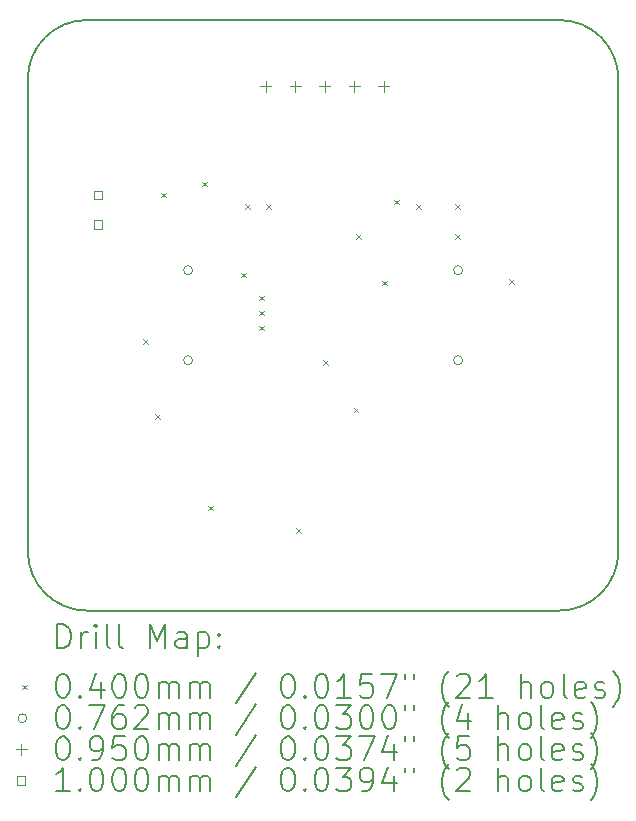
<source format=gbr>
%TF.GenerationSoftware,KiCad,Pcbnew,6.0.11+dfsg-1*%
%TF.CreationDate,2023-12-03T14:35:55-05:00*%
%TF.ProjectId,x27_controller,7832375f-636f-46e7-9472-6f6c6c65722e,rev?*%
%TF.SameCoordinates,Original*%
%TF.FileFunction,Drillmap*%
%TF.FilePolarity,Positive*%
%FSLAX45Y45*%
G04 Gerber Fmt 4.5, Leading zero omitted, Abs format (unit mm)*
G04 Created by KiCad (PCBNEW 6.0.11+dfsg-1) date 2023-12-03 14:35:55*
%MOMM*%
%LPD*%
G01*
G04 APERTURE LIST*
%ADD10C,0.150000*%
%ADD11C,0.200000*%
%ADD12C,0.040000*%
%ADD13C,0.076200*%
%ADD14C,0.095000*%
%ADD15C,0.100000*%
G04 APERTURE END LIST*
D10*
X10000000Y-9500000D02*
G75*
G03*
X10500000Y-10000000I500000J0D01*
G01*
X10500000Y-10000000D02*
X14500000Y-10000000D01*
X10500000Y-5000000D02*
X14500000Y-5000000D01*
X15000000Y-5500000D02*
G75*
G03*
X14500000Y-5000000I-500000J0D01*
G01*
X10500000Y-5000000D02*
G75*
G03*
X10000000Y-5500000I0J-500000D01*
G01*
X15000000Y-5500000D02*
X15000000Y-9500000D01*
X10000000Y-5500000D02*
X10000000Y-9500000D01*
X14500000Y-10000000D02*
G75*
G03*
X15000000Y-9500000I0J500000D01*
G01*
D11*
D12*
X10978200Y-7701600D02*
X11018200Y-7741600D01*
X11018200Y-7701600D02*
X10978200Y-7741600D01*
X11079800Y-8336600D02*
X11119800Y-8376600D01*
X11119800Y-8336600D02*
X11079800Y-8376600D01*
X11126600Y-6461000D02*
X11166600Y-6501000D01*
X11166600Y-6461000D02*
X11126600Y-6501000D01*
X11474300Y-6368900D02*
X11514300Y-6408900D01*
X11514300Y-6368900D02*
X11474300Y-6408900D01*
X11524300Y-9111300D02*
X11564300Y-9151300D01*
X11564300Y-9111300D02*
X11524300Y-9151300D01*
X11804700Y-7139100D02*
X11844700Y-7179100D01*
X11844700Y-7139100D02*
X11804700Y-7179100D01*
X11842600Y-6557800D02*
X11882600Y-6597800D01*
X11882600Y-6557800D02*
X11842600Y-6597800D01*
X11956100Y-7333300D02*
X11996100Y-7373300D01*
X11996100Y-7333300D02*
X11956100Y-7373300D01*
X11956100Y-7460300D02*
X11996100Y-7500300D01*
X11996100Y-7460300D02*
X11956100Y-7500300D01*
X11956100Y-7587300D02*
X11996100Y-7627300D01*
X11996100Y-7587300D02*
X11956100Y-7627300D01*
X12019600Y-6558600D02*
X12059600Y-6598600D01*
X12059600Y-6558600D02*
X12019600Y-6598600D01*
X12273600Y-9301800D02*
X12313600Y-9341800D01*
X12313600Y-9301800D02*
X12273600Y-9341800D01*
X12502200Y-7879400D02*
X12542200Y-7919400D01*
X12542200Y-7879400D02*
X12502200Y-7919400D01*
X12759700Y-8282300D02*
X12799700Y-8322300D01*
X12799700Y-8282300D02*
X12759700Y-8322300D01*
X12781600Y-6812600D02*
X12821600Y-6852600D01*
X12821600Y-6812600D02*
X12781600Y-6852600D01*
X12997500Y-7206300D02*
X13037500Y-7246300D01*
X13037500Y-7206300D02*
X12997500Y-7246300D01*
X13099100Y-6520500D02*
X13139100Y-6560500D01*
X13139100Y-6520500D02*
X13099100Y-6560500D01*
X13289600Y-6558600D02*
X13329600Y-6598600D01*
X13329600Y-6558600D02*
X13289600Y-6598600D01*
X13619800Y-6558600D02*
X13659800Y-6598600D01*
X13659800Y-6558600D02*
X13619800Y-6598600D01*
X13619800Y-6812600D02*
X13659800Y-6852600D01*
X13659800Y-6812600D02*
X13619800Y-6852600D01*
X14077000Y-7193600D02*
X14117000Y-7233600D01*
X14117000Y-7193600D02*
X14077000Y-7233600D01*
D13*
X11395100Y-7119000D02*
G75*
G03*
X11395100Y-7119000I-38100J0D01*
G01*
X11395100Y-7881000D02*
G75*
G03*
X11395100Y-7881000I-38100J0D01*
G01*
X13681100Y-7119000D02*
G75*
G03*
X13681100Y-7119000I-38100J0D01*
G01*
X13681100Y-7881000D02*
G75*
G03*
X13681100Y-7881000I-38100J0D01*
G01*
D14*
X12014200Y-5515100D02*
X12014200Y-5610100D01*
X11966700Y-5562600D02*
X12061700Y-5562600D01*
X12264200Y-5515100D02*
X12264200Y-5610100D01*
X12216700Y-5562600D02*
X12311700Y-5562600D01*
X12514200Y-5515100D02*
X12514200Y-5610100D01*
X12466700Y-5562600D02*
X12561700Y-5562600D01*
X12764200Y-5515100D02*
X12764200Y-5610100D01*
X12716700Y-5562600D02*
X12811700Y-5562600D01*
X13014200Y-5515100D02*
X13014200Y-5610100D01*
X12966700Y-5562600D02*
X13061700Y-5562600D01*
D15*
X10627156Y-6516356D02*
X10627156Y-6445644D01*
X10556444Y-6445644D01*
X10556444Y-6516356D01*
X10627156Y-6516356D01*
X10627156Y-6766356D02*
X10627156Y-6695644D01*
X10556444Y-6695644D01*
X10556444Y-6766356D01*
X10627156Y-6766356D01*
D11*
X10250119Y-10317976D02*
X10250119Y-10117976D01*
X10297738Y-10117976D01*
X10326310Y-10127500D01*
X10345357Y-10146548D01*
X10354881Y-10165595D01*
X10364405Y-10203690D01*
X10364405Y-10232262D01*
X10354881Y-10270357D01*
X10345357Y-10289405D01*
X10326310Y-10308452D01*
X10297738Y-10317976D01*
X10250119Y-10317976D01*
X10450119Y-10317976D02*
X10450119Y-10184643D01*
X10450119Y-10222738D02*
X10459643Y-10203690D01*
X10469167Y-10194167D01*
X10488214Y-10184643D01*
X10507262Y-10184643D01*
X10573929Y-10317976D02*
X10573929Y-10184643D01*
X10573929Y-10117976D02*
X10564405Y-10127500D01*
X10573929Y-10137024D01*
X10583452Y-10127500D01*
X10573929Y-10117976D01*
X10573929Y-10137024D01*
X10697738Y-10317976D02*
X10678690Y-10308452D01*
X10669167Y-10289405D01*
X10669167Y-10117976D01*
X10802500Y-10317976D02*
X10783452Y-10308452D01*
X10773929Y-10289405D01*
X10773929Y-10117976D01*
X11031071Y-10317976D02*
X11031071Y-10117976D01*
X11097738Y-10260833D01*
X11164405Y-10117976D01*
X11164405Y-10317976D01*
X11345357Y-10317976D02*
X11345357Y-10213214D01*
X11335833Y-10194167D01*
X11316786Y-10184643D01*
X11278690Y-10184643D01*
X11259643Y-10194167D01*
X11345357Y-10308452D02*
X11326309Y-10317976D01*
X11278690Y-10317976D01*
X11259643Y-10308452D01*
X11250119Y-10289405D01*
X11250119Y-10270357D01*
X11259643Y-10251310D01*
X11278690Y-10241786D01*
X11326309Y-10241786D01*
X11345357Y-10232262D01*
X11440595Y-10184643D02*
X11440595Y-10384643D01*
X11440595Y-10194167D02*
X11459643Y-10184643D01*
X11497738Y-10184643D01*
X11516786Y-10194167D01*
X11526309Y-10203690D01*
X11535833Y-10222738D01*
X11535833Y-10279881D01*
X11526309Y-10298929D01*
X11516786Y-10308452D01*
X11497738Y-10317976D01*
X11459643Y-10317976D01*
X11440595Y-10308452D01*
X11621548Y-10298929D02*
X11631071Y-10308452D01*
X11621548Y-10317976D01*
X11612024Y-10308452D01*
X11621548Y-10298929D01*
X11621548Y-10317976D01*
X11621548Y-10194167D02*
X11631071Y-10203690D01*
X11621548Y-10213214D01*
X11612024Y-10203690D01*
X11621548Y-10194167D01*
X11621548Y-10213214D01*
D12*
X9952500Y-10627500D02*
X9992500Y-10667500D01*
X9992500Y-10627500D02*
X9952500Y-10667500D01*
D11*
X10288214Y-10537976D02*
X10307262Y-10537976D01*
X10326310Y-10547500D01*
X10335833Y-10557024D01*
X10345357Y-10576071D01*
X10354881Y-10614167D01*
X10354881Y-10661786D01*
X10345357Y-10699881D01*
X10335833Y-10718929D01*
X10326310Y-10728452D01*
X10307262Y-10737976D01*
X10288214Y-10737976D01*
X10269167Y-10728452D01*
X10259643Y-10718929D01*
X10250119Y-10699881D01*
X10240595Y-10661786D01*
X10240595Y-10614167D01*
X10250119Y-10576071D01*
X10259643Y-10557024D01*
X10269167Y-10547500D01*
X10288214Y-10537976D01*
X10440595Y-10718929D02*
X10450119Y-10728452D01*
X10440595Y-10737976D01*
X10431071Y-10728452D01*
X10440595Y-10718929D01*
X10440595Y-10737976D01*
X10621548Y-10604643D02*
X10621548Y-10737976D01*
X10573929Y-10528452D02*
X10526310Y-10671310D01*
X10650119Y-10671310D01*
X10764405Y-10537976D02*
X10783452Y-10537976D01*
X10802500Y-10547500D01*
X10812024Y-10557024D01*
X10821548Y-10576071D01*
X10831071Y-10614167D01*
X10831071Y-10661786D01*
X10821548Y-10699881D01*
X10812024Y-10718929D01*
X10802500Y-10728452D01*
X10783452Y-10737976D01*
X10764405Y-10737976D01*
X10745357Y-10728452D01*
X10735833Y-10718929D01*
X10726310Y-10699881D01*
X10716786Y-10661786D01*
X10716786Y-10614167D01*
X10726310Y-10576071D01*
X10735833Y-10557024D01*
X10745357Y-10547500D01*
X10764405Y-10537976D01*
X10954881Y-10537976D02*
X10973929Y-10537976D01*
X10992976Y-10547500D01*
X11002500Y-10557024D01*
X11012024Y-10576071D01*
X11021548Y-10614167D01*
X11021548Y-10661786D01*
X11012024Y-10699881D01*
X11002500Y-10718929D01*
X10992976Y-10728452D01*
X10973929Y-10737976D01*
X10954881Y-10737976D01*
X10935833Y-10728452D01*
X10926310Y-10718929D01*
X10916786Y-10699881D01*
X10907262Y-10661786D01*
X10907262Y-10614167D01*
X10916786Y-10576071D01*
X10926310Y-10557024D01*
X10935833Y-10547500D01*
X10954881Y-10537976D01*
X11107262Y-10737976D02*
X11107262Y-10604643D01*
X11107262Y-10623690D02*
X11116786Y-10614167D01*
X11135833Y-10604643D01*
X11164405Y-10604643D01*
X11183452Y-10614167D01*
X11192976Y-10633214D01*
X11192976Y-10737976D01*
X11192976Y-10633214D02*
X11202500Y-10614167D01*
X11221548Y-10604643D01*
X11250119Y-10604643D01*
X11269167Y-10614167D01*
X11278690Y-10633214D01*
X11278690Y-10737976D01*
X11373928Y-10737976D02*
X11373928Y-10604643D01*
X11373928Y-10623690D02*
X11383452Y-10614167D01*
X11402500Y-10604643D01*
X11431071Y-10604643D01*
X11450119Y-10614167D01*
X11459643Y-10633214D01*
X11459643Y-10737976D01*
X11459643Y-10633214D02*
X11469167Y-10614167D01*
X11488214Y-10604643D01*
X11516786Y-10604643D01*
X11535833Y-10614167D01*
X11545357Y-10633214D01*
X11545357Y-10737976D01*
X11935833Y-10528452D02*
X11764405Y-10785595D01*
X12192976Y-10537976D02*
X12212024Y-10537976D01*
X12231071Y-10547500D01*
X12240595Y-10557024D01*
X12250119Y-10576071D01*
X12259643Y-10614167D01*
X12259643Y-10661786D01*
X12250119Y-10699881D01*
X12240595Y-10718929D01*
X12231071Y-10728452D01*
X12212024Y-10737976D01*
X12192976Y-10737976D01*
X12173928Y-10728452D01*
X12164405Y-10718929D01*
X12154881Y-10699881D01*
X12145357Y-10661786D01*
X12145357Y-10614167D01*
X12154881Y-10576071D01*
X12164405Y-10557024D01*
X12173928Y-10547500D01*
X12192976Y-10537976D01*
X12345357Y-10718929D02*
X12354881Y-10728452D01*
X12345357Y-10737976D01*
X12335833Y-10728452D01*
X12345357Y-10718929D01*
X12345357Y-10737976D01*
X12478690Y-10537976D02*
X12497738Y-10537976D01*
X12516786Y-10547500D01*
X12526309Y-10557024D01*
X12535833Y-10576071D01*
X12545357Y-10614167D01*
X12545357Y-10661786D01*
X12535833Y-10699881D01*
X12526309Y-10718929D01*
X12516786Y-10728452D01*
X12497738Y-10737976D01*
X12478690Y-10737976D01*
X12459643Y-10728452D01*
X12450119Y-10718929D01*
X12440595Y-10699881D01*
X12431071Y-10661786D01*
X12431071Y-10614167D01*
X12440595Y-10576071D01*
X12450119Y-10557024D01*
X12459643Y-10547500D01*
X12478690Y-10537976D01*
X12735833Y-10737976D02*
X12621548Y-10737976D01*
X12678690Y-10737976D02*
X12678690Y-10537976D01*
X12659643Y-10566548D01*
X12640595Y-10585595D01*
X12621548Y-10595119D01*
X12916786Y-10537976D02*
X12821548Y-10537976D01*
X12812024Y-10633214D01*
X12821548Y-10623690D01*
X12840595Y-10614167D01*
X12888214Y-10614167D01*
X12907262Y-10623690D01*
X12916786Y-10633214D01*
X12926309Y-10652262D01*
X12926309Y-10699881D01*
X12916786Y-10718929D01*
X12907262Y-10728452D01*
X12888214Y-10737976D01*
X12840595Y-10737976D01*
X12821548Y-10728452D01*
X12812024Y-10718929D01*
X12992976Y-10537976D02*
X13126309Y-10537976D01*
X13040595Y-10737976D01*
X13192976Y-10537976D02*
X13192976Y-10576071D01*
X13269167Y-10537976D02*
X13269167Y-10576071D01*
X13564405Y-10814167D02*
X13554881Y-10804643D01*
X13535833Y-10776071D01*
X13526309Y-10757024D01*
X13516786Y-10728452D01*
X13507262Y-10680833D01*
X13507262Y-10642738D01*
X13516786Y-10595119D01*
X13526309Y-10566548D01*
X13535833Y-10547500D01*
X13554881Y-10518929D01*
X13564405Y-10509405D01*
X13631071Y-10557024D02*
X13640595Y-10547500D01*
X13659643Y-10537976D01*
X13707262Y-10537976D01*
X13726309Y-10547500D01*
X13735833Y-10557024D01*
X13745357Y-10576071D01*
X13745357Y-10595119D01*
X13735833Y-10623690D01*
X13621548Y-10737976D01*
X13745357Y-10737976D01*
X13935833Y-10737976D02*
X13821548Y-10737976D01*
X13878690Y-10737976D02*
X13878690Y-10537976D01*
X13859643Y-10566548D01*
X13840595Y-10585595D01*
X13821548Y-10595119D01*
X14173928Y-10737976D02*
X14173928Y-10537976D01*
X14259643Y-10737976D02*
X14259643Y-10633214D01*
X14250119Y-10614167D01*
X14231071Y-10604643D01*
X14202500Y-10604643D01*
X14183452Y-10614167D01*
X14173928Y-10623690D01*
X14383452Y-10737976D02*
X14364405Y-10728452D01*
X14354881Y-10718929D01*
X14345357Y-10699881D01*
X14345357Y-10642738D01*
X14354881Y-10623690D01*
X14364405Y-10614167D01*
X14383452Y-10604643D01*
X14412024Y-10604643D01*
X14431071Y-10614167D01*
X14440595Y-10623690D01*
X14450119Y-10642738D01*
X14450119Y-10699881D01*
X14440595Y-10718929D01*
X14431071Y-10728452D01*
X14412024Y-10737976D01*
X14383452Y-10737976D01*
X14564405Y-10737976D02*
X14545357Y-10728452D01*
X14535833Y-10709405D01*
X14535833Y-10537976D01*
X14716786Y-10728452D02*
X14697738Y-10737976D01*
X14659643Y-10737976D01*
X14640595Y-10728452D01*
X14631071Y-10709405D01*
X14631071Y-10633214D01*
X14640595Y-10614167D01*
X14659643Y-10604643D01*
X14697738Y-10604643D01*
X14716786Y-10614167D01*
X14726309Y-10633214D01*
X14726309Y-10652262D01*
X14631071Y-10671310D01*
X14802500Y-10728452D02*
X14821548Y-10737976D01*
X14859643Y-10737976D01*
X14878690Y-10728452D01*
X14888214Y-10709405D01*
X14888214Y-10699881D01*
X14878690Y-10680833D01*
X14859643Y-10671310D01*
X14831071Y-10671310D01*
X14812024Y-10661786D01*
X14802500Y-10642738D01*
X14802500Y-10633214D01*
X14812024Y-10614167D01*
X14831071Y-10604643D01*
X14859643Y-10604643D01*
X14878690Y-10614167D01*
X14954881Y-10814167D02*
X14964405Y-10804643D01*
X14983452Y-10776071D01*
X14992976Y-10757024D01*
X15002500Y-10728452D01*
X15012024Y-10680833D01*
X15012024Y-10642738D01*
X15002500Y-10595119D01*
X14992976Y-10566548D01*
X14983452Y-10547500D01*
X14964405Y-10518929D01*
X14954881Y-10509405D01*
D13*
X9992500Y-10911500D02*
G75*
G03*
X9992500Y-10911500I-38100J0D01*
G01*
D11*
X10288214Y-10801976D02*
X10307262Y-10801976D01*
X10326310Y-10811500D01*
X10335833Y-10821024D01*
X10345357Y-10840071D01*
X10354881Y-10878167D01*
X10354881Y-10925786D01*
X10345357Y-10963881D01*
X10335833Y-10982929D01*
X10326310Y-10992452D01*
X10307262Y-11001976D01*
X10288214Y-11001976D01*
X10269167Y-10992452D01*
X10259643Y-10982929D01*
X10250119Y-10963881D01*
X10240595Y-10925786D01*
X10240595Y-10878167D01*
X10250119Y-10840071D01*
X10259643Y-10821024D01*
X10269167Y-10811500D01*
X10288214Y-10801976D01*
X10440595Y-10982929D02*
X10450119Y-10992452D01*
X10440595Y-11001976D01*
X10431071Y-10992452D01*
X10440595Y-10982929D01*
X10440595Y-11001976D01*
X10516786Y-10801976D02*
X10650119Y-10801976D01*
X10564405Y-11001976D01*
X10812024Y-10801976D02*
X10773929Y-10801976D01*
X10754881Y-10811500D01*
X10745357Y-10821024D01*
X10726310Y-10849595D01*
X10716786Y-10887690D01*
X10716786Y-10963881D01*
X10726310Y-10982929D01*
X10735833Y-10992452D01*
X10754881Y-11001976D01*
X10792976Y-11001976D01*
X10812024Y-10992452D01*
X10821548Y-10982929D01*
X10831071Y-10963881D01*
X10831071Y-10916262D01*
X10821548Y-10897214D01*
X10812024Y-10887690D01*
X10792976Y-10878167D01*
X10754881Y-10878167D01*
X10735833Y-10887690D01*
X10726310Y-10897214D01*
X10716786Y-10916262D01*
X10907262Y-10821024D02*
X10916786Y-10811500D01*
X10935833Y-10801976D01*
X10983452Y-10801976D01*
X11002500Y-10811500D01*
X11012024Y-10821024D01*
X11021548Y-10840071D01*
X11021548Y-10859119D01*
X11012024Y-10887690D01*
X10897738Y-11001976D01*
X11021548Y-11001976D01*
X11107262Y-11001976D02*
X11107262Y-10868643D01*
X11107262Y-10887690D02*
X11116786Y-10878167D01*
X11135833Y-10868643D01*
X11164405Y-10868643D01*
X11183452Y-10878167D01*
X11192976Y-10897214D01*
X11192976Y-11001976D01*
X11192976Y-10897214D02*
X11202500Y-10878167D01*
X11221548Y-10868643D01*
X11250119Y-10868643D01*
X11269167Y-10878167D01*
X11278690Y-10897214D01*
X11278690Y-11001976D01*
X11373928Y-11001976D02*
X11373928Y-10868643D01*
X11373928Y-10887690D02*
X11383452Y-10878167D01*
X11402500Y-10868643D01*
X11431071Y-10868643D01*
X11450119Y-10878167D01*
X11459643Y-10897214D01*
X11459643Y-11001976D01*
X11459643Y-10897214D02*
X11469167Y-10878167D01*
X11488214Y-10868643D01*
X11516786Y-10868643D01*
X11535833Y-10878167D01*
X11545357Y-10897214D01*
X11545357Y-11001976D01*
X11935833Y-10792452D02*
X11764405Y-11049595D01*
X12192976Y-10801976D02*
X12212024Y-10801976D01*
X12231071Y-10811500D01*
X12240595Y-10821024D01*
X12250119Y-10840071D01*
X12259643Y-10878167D01*
X12259643Y-10925786D01*
X12250119Y-10963881D01*
X12240595Y-10982929D01*
X12231071Y-10992452D01*
X12212024Y-11001976D01*
X12192976Y-11001976D01*
X12173928Y-10992452D01*
X12164405Y-10982929D01*
X12154881Y-10963881D01*
X12145357Y-10925786D01*
X12145357Y-10878167D01*
X12154881Y-10840071D01*
X12164405Y-10821024D01*
X12173928Y-10811500D01*
X12192976Y-10801976D01*
X12345357Y-10982929D02*
X12354881Y-10992452D01*
X12345357Y-11001976D01*
X12335833Y-10992452D01*
X12345357Y-10982929D01*
X12345357Y-11001976D01*
X12478690Y-10801976D02*
X12497738Y-10801976D01*
X12516786Y-10811500D01*
X12526309Y-10821024D01*
X12535833Y-10840071D01*
X12545357Y-10878167D01*
X12545357Y-10925786D01*
X12535833Y-10963881D01*
X12526309Y-10982929D01*
X12516786Y-10992452D01*
X12497738Y-11001976D01*
X12478690Y-11001976D01*
X12459643Y-10992452D01*
X12450119Y-10982929D01*
X12440595Y-10963881D01*
X12431071Y-10925786D01*
X12431071Y-10878167D01*
X12440595Y-10840071D01*
X12450119Y-10821024D01*
X12459643Y-10811500D01*
X12478690Y-10801976D01*
X12612024Y-10801976D02*
X12735833Y-10801976D01*
X12669167Y-10878167D01*
X12697738Y-10878167D01*
X12716786Y-10887690D01*
X12726309Y-10897214D01*
X12735833Y-10916262D01*
X12735833Y-10963881D01*
X12726309Y-10982929D01*
X12716786Y-10992452D01*
X12697738Y-11001976D01*
X12640595Y-11001976D01*
X12621548Y-10992452D01*
X12612024Y-10982929D01*
X12859643Y-10801976D02*
X12878690Y-10801976D01*
X12897738Y-10811500D01*
X12907262Y-10821024D01*
X12916786Y-10840071D01*
X12926309Y-10878167D01*
X12926309Y-10925786D01*
X12916786Y-10963881D01*
X12907262Y-10982929D01*
X12897738Y-10992452D01*
X12878690Y-11001976D01*
X12859643Y-11001976D01*
X12840595Y-10992452D01*
X12831071Y-10982929D01*
X12821548Y-10963881D01*
X12812024Y-10925786D01*
X12812024Y-10878167D01*
X12821548Y-10840071D01*
X12831071Y-10821024D01*
X12840595Y-10811500D01*
X12859643Y-10801976D01*
X13050119Y-10801976D02*
X13069167Y-10801976D01*
X13088214Y-10811500D01*
X13097738Y-10821024D01*
X13107262Y-10840071D01*
X13116786Y-10878167D01*
X13116786Y-10925786D01*
X13107262Y-10963881D01*
X13097738Y-10982929D01*
X13088214Y-10992452D01*
X13069167Y-11001976D01*
X13050119Y-11001976D01*
X13031071Y-10992452D01*
X13021548Y-10982929D01*
X13012024Y-10963881D01*
X13002500Y-10925786D01*
X13002500Y-10878167D01*
X13012024Y-10840071D01*
X13021548Y-10821024D01*
X13031071Y-10811500D01*
X13050119Y-10801976D01*
X13192976Y-10801976D02*
X13192976Y-10840071D01*
X13269167Y-10801976D02*
X13269167Y-10840071D01*
X13564405Y-11078167D02*
X13554881Y-11068643D01*
X13535833Y-11040071D01*
X13526309Y-11021024D01*
X13516786Y-10992452D01*
X13507262Y-10944833D01*
X13507262Y-10906738D01*
X13516786Y-10859119D01*
X13526309Y-10830548D01*
X13535833Y-10811500D01*
X13554881Y-10782929D01*
X13564405Y-10773405D01*
X13726309Y-10868643D02*
X13726309Y-11001976D01*
X13678690Y-10792452D02*
X13631071Y-10935310D01*
X13754881Y-10935310D01*
X13983452Y-11001976D02*
X13983452Y-10801976D01*
X14069167Y-11001976D02*
X14069167Y-10897214D01*
X14059643Y-10878167D01*
X14040595Y-10868643D01*
X14012024Y-10868643D01*
X13992976Y-10878167D01*
X13983452Y-10887690D01*
X14192976Y-11001976D02*
X14173928Y-10992452D01*
X14164405Y-10982929D01*
X14154881Y-10963881D01*
X14154881Y-10906738D01*
X14164405Y-10887690D01*
X14173928Y-10878167D01*
X14192976Y-10868643D01*
X14221548Y-10868643D01*
X14240595Y-10878167D01*
X14250119Y-10887690D01*
X14259643Y-10906738D01*
X14259643Y-10963881D01*
X14250119Y-10982929D01*
X14240595Y-10992452D01*
X14221548Y-11001976D01*
X14192976Y-11001976D01*
X14373928Y-11001976D02*
X14354881Y-10992452D01*
X14345357Y-10973405D01*
X14345357Y-10801976D01*
X14526309Y-10992452D02*
X14507262Y-11001976D01*
X14469167Y-11001976D01*
X14450119Y-10992452D01*
X14440595Y-10973405D01*
X14440595Y-10897214D01*
X14450119Y-10878167D01*
X14469167Y-10868643D01*
X14507262Y-10868643D01*
X14526309Y-10878167D01*
X14535833Y-10897214D01*
X14535833Y-10916262D01*
X14440595Y-10935310D01*
X14612024Y-10992452D02*
X14631071Y-11001976D01*
X14669167Y-11001976D01*
X14688214Y-10992452D01*
X14697738Y-10973405D01*
X14697738Y-10963881D01*
X14688214Y-10944833D01*
X14669167Y-10935310D01*
X14640595Y-10935310D01*
X14621548Y-10925786D01*
X14612024Y-10906738D01*
X14612024Y-10897214D01*
X14621548Y-10878167D01*
X14640595Y-10868643D01*
X14669167Y-10868643D01*
X14688214Y-10878167D01*
X14764405Y-11078167D02*
X14773928Y-11068643D01*
X14792976Y-11040071D01*
X14802500Y-11021024D01*
X14812024Y-10992452D01*
X14821548Y-10944833D01*
X14821548Y-10906738D01*
X14812024Y-10859119D01*
X14802500Y-10830548D01*
X14792976Y-10811500D01*
X14773928Y-10782929D01*
X14764405Y-10773405D01*
D14*
X9945000Y-11128000D02*
X9945000Y-11223000D01*
X9897500Y-11175500D02*
X9992500Y-11175500D01*
D11*
X10288214Y-11065976D02*
X10307262Y-11065976D01*
X10326310Y-11075500D01*
X10335833Y-11085024D01*
X10345357Y-11104071D01*
X10354881Y-11142167D01*
X10354881Y-11189786D01*
X10345357Y-11227881D01*
X10335833Y-11246928D01*
X10326310Y-11256452D01*
X10307262Y-11265976D01*
X10288214Y-11265976D01*
X10269167Y-11256452D01*
X10259643Y-11246928D01*
X10250119Y-11227881D01*
X10240595Y-11189786D01*
X10240595Y-11142167D01*
X10250119Y-11104071D01*
X10259643Y-11085024D01*
X10269167Y-11075500D01*
X10288214Y-11065976D01*
X10440595Y-11246928D02*
X10450119Y-11256452D01*
X10440595Y-11265976D01*
X10431071Y-11256452D01*
X10440595Y-11246928D01*
X10440595Y-11265976D01*
X10545357Y-11265976D02*
X10583452Y-11265976D01*
X10602500Y-11256452D01*
X10612024Y-11246928D01*
X10631071Y-11218357D01*
X10640595Y-11180262D01*
X10640595Y-11104071D01*
X10631071Y-11085024D01*
X10621548Y-11075500D01*
X10602500Y-11065976D01*
X10564405Y-11065976D01*
X10545357Y-11075500D01*
X10535833Y-11085024D01*
X10526310Y-11104071D01*
X10526310Y-11151690D01*
X10535833Y-11170738D01*
X10545357Y-11180262D01*
X10564405Y-11189786D01*
X10602500Y-11189786D01*
X10621548Y-11180262D01*
X10631071Y-11170738D01*
X10640595Y-11151690D01*
X10821548Y-11065976D02*
X10726310Y-11065976D01*
X10716786Y-11161214D01*
X10726310Y-11151690D01*
X10745357Y-11142167D01*
X10792976Y-11142167D01*
X10812024Y-11151690D01*
X10821548Y-11161214D01*
X10831071Y-11180262D01*
X10831071Y-11227881D01*
X10821548Y-11246928D01*
X10812024Y-11256452D01*
X10792976Y-11265976D01*
X10745357Y-11265976D01*
X10726310Y-11256452D01*
X10716786Y-11246928D01*
X10954881Y-11065976D02*
X10973929Y-11065976D01*
X10992976Y-11075500D01*
X11002500Y-11085024D01*
X11012024Y-11104071D01*
X11021548Y-11142167D01*
X11021548Y-11189786D01*
X11012024Y-11227881D01*
X11002500Y-11246928D01*
X10992976Y-11256452D01*
X10973929Y-11265976D01*
X10954881Y-11265976D01*
X10935833Y-11256452D01*
X10926310Y-11246928D01*
X10916786Y-11227881D01*
X10907262Y-11189786D01*
X10907262Y-11142167D01*
X10916786Y-11104071D01*
X10926310Y-11085024D01*
X10935833Y-11075500D01*
X10954881Y-11065976D01*
X11107262Y-11265976D02*
X11107262Y-11132643D01*
X11107262Y-11151690D02*
X11116786Y-11142167D01*
X11135833Y-11132643D01*
X11164405Y-11132643D01*
X11183452Y-11142167D01*
X11192976Y-11161214D01*
X11192976Y-11265976D01*
X11192976Y-11161214D02*
X11202500Y-11142167D01*
X11221548Y-11132643D01*
X11250119Y-11132643D01*
X11269167Y-11142167D01*
X11278690Y-11161214D01*
X11278690Y-11265976D01*
X11373928Y-11265976D02*
X11373928Y-11132643D01*
X11373928Y-11151690D02*
X11383452Y-11142167D01*
X11402500Y-11132643D01*
X11431071Y-11132643D01*
X11450119Y-11142167D01*
X11459643Y-11161214D01*
X11459643Y-11265976D01*
X11459643Y-11161214D02*
X11469167Y-11142167D01*
X11488214Y-11132643D01*
X11516786Y-11132643D01*
X11535833Y-11142167D01*
X11545357Y-11161214D01*
X11545357Y-11265976D01*
X11935833Y-11056452D02*
X11764405Y-11313595D01*
X12192976Y-11065976D02*
X12212024Y-11065976D01*
X12231071Y-11075500D01*
X12240595Y-11085024D01*
X12250119Y-11104071D01*
X12259643Y-11142167D01*
X12259643Y-11189786D01*
X12250119Y-11227881D01*
X12240595Y-11246928D01*
X12231071Y-11256452D01*
X12212024Y-11265976D01*
X12192976Y-11265976D01*
X12173928Y-11256452D01*
X12164405Y-11246928D01*
X12154881Y-11227881D01*
X12145357Y-11189786D01*
X12145357Y-11142167D01*
X12154881Y-11104071D01*
X12164405Y-11085024D01*
X12173928Y-11075500D01*
X12192976Y-11065976D01*
X12345357Y-11246928D02*
X12354881Y-11256452D01*
X12345357Y-11265976D01*
X12335833Y-11256452D01*
X12345357Y-11246928D01*
X12345357Y-11265976D01*
X12478690Y-11065976D02*
X12497738Y-11065976D01*
X12516786Y-11075500D01*
X12526309Y-11085024D01*
X12535833Y-11104071D01*
X12545357Y-11142167D01*
X12545357Y-11189786D01*
X12535833Y-11227881D01*
X12526309Y-11246928D01*
X12516786Y-11256452D01*
X12497738Y-11265976D01*
X12478690Y-11265976D01*
X12459643Y-11256452D01*
X12450119Y-11246928D01*
X12440595Y-11227881D01*
X12431071Y-11189786D01*
X12431071Y-11142167D01*
X12440595Y-11104071D01*
X12450119Y-11085024D01*
X12459643Y-11075500D01*
X12478690Y-11065976D01*
X12612024Y-11065976D02*
X12735833Y-11065976D01*
X12669167Y-11142167D01*
X12697738Y-11142167D01*
X12716786Y-11151690D01*
X12726309Y-11161214D01*
X12735833Y-11180262D01*
X12735833Y-11227881D01*
X12726309Y-11246928D01*
X12716786Y-11256452D01*
X12697738Y-11265976D01*
X12640595Y-11265976D01*
X12621548Y-11256452D01*
X12612024Y-11246928D01*
X12802500Y-11065976D02*
X12935833Y-11065976D01*
X12850119Y-11265976D01*
X13097738Y-11132643D02*
X13097738Y-11265976D01*
X13050119Y-11056452D02*
X13002500Y-11199309D01*
X13126309Y-11199309D01*
X13192976Y-11065976D02*
X13192976Y-11104071D01*
X13269167Y-11065976D02*
X13269167Y-11104071D01*
X13564405Y-11342167D02*
X13554881Y-11332643D01*
X13535833Y-11304071D01*
X13526309Y-11285024D01*
X13516786Y-11256452D01*
X13507262Y-11208833D01*
X13507262Y-11170738D01*
X13516786Y-11123119D01*
X13526309Y-11094548D01*
X13535833Y-11075500D01*
X13554881Y-11046929D01*
X13564405Y-11037405D01*
X13735833Y-11065976D02*
X13640595Y-11065976D01*
X13631071Y-11161214D01*
X13640595Y-11151690D01*
X13659643Y-11142167D01*
X13707262Y-11142167D01*
X13726309Y-11151690D01*
X13735833Y-11161214D01*
X13745357Y-11180262D01*
X13745357Y-11227881D01*
X13735833Y-11246928D01*
X13726309Y-11256452D01*
X13707262Y-11265976D01*
X13659643Y-11265976D01*
X13640595Y-11256452D01*
X13631071Y-11246928D01*
X13983452Y-11265976D02*
X13983452Y-11065976D01*
X14069167Y-11265976D02*
X14069167Y-11161214D01*
X14059643Y-11142167D01*
X14040595Y-11132643D01*
X14012024Y-11132643D01*
X13992976Y-11142167D01*
X13983452Y-11151690D01*
X14192976Y-11265976D02*
X14173928Y-11256452D01*
X14164405Y-11246928D01*
X14154881Y-11227881D01*
X14154881Y-11170738D01*
X14164405Y-11151690D01*
X14173928Y-11142167D01*
X14192976Y-11132643D01*
X14221548Y-11132643D01*
X14240595Y-11142167D01*
X14250119Y-11151690D01*
X14259643Y-11170738D01*
X14259643Y-11227881D01*
X14250119Y-11246928D01*
X14240595Y-11256452D01*
X14221548Y-11265976D01*
X14192976Y-11265976D01*
X14373928Y-11265976D02*
X14354881Y-11256452D01*
X14345357Y-11237405D01*
X14345357Y-11065976D01*
X14526309Y-11256452D02*
X14507262Y-11265976D01*
X14469167Y-11265976D01*
X14450119Y-11256452D01*
X14440595Y-11237405D01*
X14440595Y-11161214D01*
X14450119Y-11142167D01*
X14469167Y-11132643D01*
X14507262Y-11132643D01*
X14526309Y-11142167D01*
X14535833Y-11161214D01*
X14535833Y-11180262D01*
X14440595Y-11199309D01*
X14612024Y-11256452D02*
X14631071Y-11265976D01*
X14669167Y-11265976D01*
X14688214Y-11256452D01*
X14697738Y-11237405D01*
X14697738Y-11227881D01*
X14688214Y-11208833D01*
X14669167Y-11199309D01*
X14640595Y-11199309D01*
X14621548Y-11189786D01*
X14612024Y-11170738D01*
X14612024Y-11161214D01*
X14621548Y-11142167D01*
X14640595Y-11132643D01*
X14669167Y-11132643D01*
X14688214Y-11142167D01*
X14764405Y-11342167D02*
X14773928Y-11332643D01*
X14792976Y-11304071D01*
X14802500Y-11285024D01*
X14812024Y-11256452D01*
X14821548Y-11208833D01*
X14821548Y-11170738D01*
X14812024Y-11123119D01*
X14802500Y-11094548D01*
X14792976Y-11075500D01*
X14773928Y-11046929D01*
X14764405Y-11037405D01*
D15*
X9977856Y-11474856D02*
X9977856Y-11404144D01*
X9907144Y-11404144D01*
X9907144Y-11474856D01*
X9977856Y-11474856D01*
D11*
X10354881Y-11529976D02*
X10240595Y-11529976D01*
X10297738Y-11529976D02*
X10297738Y-11329976D01*
X10278690Y-11358548D01*
X10259643Y-11377595D01*
X10240595Y-11387119D01*
X10440595Y-11510928D02*
X10450119Y-11520452D01*
X10440595Y-11529976D01*
X10431071Y-11520452D01*
X10440595Y-11510928D01*
X10440595Y-11529976D01*
X10573929Y-11329976D02*
X10592976Y-11329976D01*
X10612024Y-11339500D01*
X10621548Y-11349024D01*
X10631071Y-11368071D01*
X10640595Y-11406167D01*
X10640595Y-11453786D01*
X10631071Y-11491881D01*
X10621548Y-11510928D01*
X10612024Y-11520452D01*
X10592976Y-11529976D01*
X10573929Y-11529976D01*
X10554881Y-11520452D01*
X10545357Y-11510928D01*
X10535833Y-11491881D01*
X10526310Y-11453786D01*
X10526310Y-11406167D01*
X10535833Y-11368071D01*
X10545357Y-11349024D01*
X10554881Y-11339500D01*
X10573929Y-11329976D01*
X10764405Y-11329976D02*
X10783452Y-11329976D01*
X10802500Y-11339500D01*
X10812024Y-11349024D01*
X10821548Y-11368071D01*
X10831071Y-11406167D01*
X10831071Y-11453786D01*
X10821548Y-11491881D01*
X10812024Y-11510928D01*
X10802500Y-11520452D01*
X10783452Y-11529976D01*
X10764405Y-11529976D01*
X10745357Y-11520452D01*
X10735833Y-11510928D01*
X10726310Y-11491881D01*
X10716786Y-11453786D01*
X10716786Y-11406167D01*
X10726310Y-11368071D01*
X10735833Y-11349024D01*
X10745357Y-11339500D01*
X10764405Y-11329976D01*
X10954881Y-11329976D02*
X10973929Y-11329976D01*
X10992976Y-11339500D01*
X11002500Y-11349024D01*
X11012024Y-11368071D01*
X11021548Y-11406167D01*
X11021548Y-11453786D01*
X11012024Y-11491881D01*
X11002500Y-11510928D01*
X10992976Y-11520452D01*
X10973929Y-11529976D01*
X10954881Y-11529976D01*
X10935833Y-11520452D01*
X10926310Y-11510928D01*
X10916786Y-11491881D01*
X10907262Y-11453786D01*
X10907262Y-11406167D01*
X10916786Y-11368071D01*
X10926310Y-11349024D01*
X10935833Y-11339500D01*
X10954881Y-11329976D01*
X11107262Y-11529976D02*
X11107262Y-11396643D01*
X11107262Y-11415690D02*
X11116786Y-11406167D01*
X11135833Y-11396643D01*
X11164405Y-11396643D01*
X11183452Y-11406167D01*
X11192976Y-11425214D01*
X11192976Y-11529976D01*
X11192976Y-11425214D02*
X11202500Y-11406167D01*
X11221548Y-11396643D01*
X11250119Y-11396643D01*
X11269167Y-11406167D01*
X11278690Y-11425214D01*
X11278690Y-11529976D01*
X11373928Y-11529976D02*
X11373928Y-11396643D01*
X11373928Y-11415690D02*
X11383452Y-11406167D01*
X11402500Y-11396643D01*
X11431071Y-11396643D01*
X11450119Y-11406167D01*
X11459643Y-11425214D01*
X11459643Y-11529976D01*
X11459643Y-11425214D02*
X11469167Y-11406167D01*
X11488214Y-11396643D01*
X11516786Y-11396643D01*
X11535833Y-11406167D01*
X11545357Y-11425214D01*
X11545357Y-11529976D01*
X11935833Y-11320452D02*
X11764405Y-11577595D01*
X12192976Y-11329976D02*
X12212024Y-11329976D01*
X12231071Y-11339500D01*
X12240595Y-11349024D01*
X12250119Y-11368071D01*
X12259643Y-11406167D01*
X12259643Y-11453786D01*
X12250119Y-11491881D01*
X12240595Y-11510928D01*
X12231071Y-11520452D01*
X12212024Y-11529976D01*
X12192976Y-11529976D01*
X12173928Y-11520452D01*
X12164405Y-11510928D01*
X12154881Y-11491881D01*
X12145357Y-11453786D01*
X12145357Y-11406167D01*
X12154881Y-11368071D01*
X12164405Y-11349024D01*
X12173928Y-11339500D01*
X12192976Y-11329976D01*
X12345357Y-11510928D02*
X12354881Y-11520452D01*
X12345357Y-11529976D01*
X12335833Y-11520452D01*
X12345357Y-11510928D01*
X12345357Y-11529976D01*
X12478690Y-11329976D02*
X12497738Y-11329976D01*
X12516786Y-11339500D01*
X12526309Y-11349024D01*
X12535833Y-11368071D01*
X12545357Y-11406167D01*
X12545357Y-11453786D01*
X12535833Y-11491881D01*
X12526309Y-11510928D01*
X12516786Y-11520452D01*
X12497738Y-11529976D01*
X12478690Y-11529976D01*
X12459643Y-11520452D01*
X12450119Y-11510928D01*
X12440595Y-11491881D01*
X12431071Y-11453786D01*
X12431071Y-11406167D01*
X12440595Y-11368071D01*
X12450119Y-11349024D01*
X12459643Y-11339500D01*
X12478690Y-11329976D01*
X12612024Y-11329976D02*
X12735833Y-11329976D01*
X12669167Y-11406167D01*
X12697738Y-11406167D01*
X12716786Y-11415690D01*
X12726309Y-11425214D01*
X12735833Y-11444262D01*
X12735833Y-11491881D01*
X12726309Y-11510928D01*
X12716786Y-11520452D01*
X12697738Y-11529976D01*
X12640595Y-11529976D01*
X12621548Y-11520452D01*
X12612024Y-11510928D01*
X12831071Y-11529976D02*
X12869167Y-11529976D01*
X12888214Y-11520452D01*
X12897738Y-11510928D01*
X12916786Y-11482357D01*
X12926309Y-11444262D01*
X12926309Y-11368071D01*
X12916786Y-11349024D01*
X12907262Y-11339500D01*
X12888214Y-11329976D01*
X12850119Y-11329976D01*
X12831071Y-11339500D01*
X12821548Y-11349024D01*
X12812024Y-11368071D01*
X12812024Y-11415690D01*
X12821548Y-11434738D01*
X12831071Y-11444262D01*
X12850119Y-11453786D01*
X12888214Y-11453786D01*
X12907262Y-11444262D01*
X12916786Y-11434738D01*
X12926309Y-11415690D01*
X13097738Y-11396643D02*
X13097738Y-11529976D01*
X13050119Y-11320452D02*
X13002500Y-11463309D01*
X13126309Y-11463309D01*
X13192976Y-11329976D02*
X13192976Y-11368071D01*
X13269167Y-11329976D02*
X13269167Y-11368071D01*
X13564405Y-11606167D02*
X13554881Y-11596643D01*
X13535833Y-11568071D01*
X13526309Y-11549024D01*
X13516786Y-11520452D01*
X13507262Y-11472833D01*
X13507262Y-11434738D01*
X13516786Y-11387119D01*
X13526309Y-11358548D01*
X13535833Y-11339500D01*
X13554881Y-11310928D01*
X13564405Y-11301405D01*
X13631071Y-11349024D02*
X13640595Y-11339500D01*
X13659643Y-11329976D01*
X13707262Y-11329976D01*
X13726309Y-11339500D01*
X13735833Y-11349024D01*
X13745357Y-11368071D01*
X13745357Y-11387119D01*
X13735833Y-11415690D01*
X13621548Y-11529976D01*
X13745357Y-11529976D01*
X13983452Y-11529976D02*
X13983452Y-11329976D01*
X14069167Y-11529976D02*
X14069167Y-11425214D01*
X14059643Y-11406167D01*
X14040595Y-11396643D01*
X14012024Y-11396643D01*
X13992976Y-11406167D01*
X13983452Y-11415690D01*
X14192976Y-11529976D02*
X14173928Y-11520452D01*
X14164405Y-11510928D01*
X14154881Y-11491881D01*
X14154881Y-11434738D01*
X14164405Y-11415690D01*
X14173928Y-11406167D01*
X14192976Y-11396643D01*
X14221548Y-11396643D01*
X14240595Y-11406167D01*
X14250119Y-11415690D01*
X14259643Y-11434738D01*
X14259643Y-11491881D01*
X14250119Y-11510928D01*
X14240595Y-11520452D01*
X14221548Y-11529976D01*
X14192976Y-11529976D01*
X14373928Y-11529976D02*
X14354881Y-11520452D01*
X14345357Y-11501405D01*
X14345357Y-11329976D01*
X14526309Y-11520452D02*
X14507262Y-11529976D01*
X14469167Y-11529976D01*
X14450119Y-11520452D01*
X14440595Y-11501405D01*
X14440595Y-11425214D01*
X14450119Y-11406167D01*
X14469167Y-11396643D01*
X14507262Y-11396643D01*
X14526309Y-11406167D01*
X14535833Y-11425214D01*
X14535833Y-11444262D01*
X14440595Y-11463309D01*
X14612024Y-11520452D02*
X14631071Y-11529976D01*
X14669167Y-11529976D01*
X14688214Y-11520452D01*
X14697738Y-11501405D01*
X14697738Y-11491881D01*
X14688214Y-11472833D01*
X14669167Y-11463309D01*
X14640595Y-11463309D01*
X14621548Y-11453786D01*
X14612024Y-11434738D01*
X14612024Y-11425214D01*
X14621548Y-11406167D01*
X14640595Y-11396643D01*
X14669167Y-11396643D01*
X14688214Y-11406167D01*
X14764405Y-11606167D02*
X14773928Y-11596643D01*
X14792976Y-11568071D01*
X14802500Y-11549024D01*
X14812024Y-11520452D01*
X14821548Y-11472833D01*
X14821548Y-11434738D01*
X14812024Y-11387119D01*
X14802500Y-11358548D01*
X14792976Y-11339500D01*
X14773928Y-11310928D01*
X14764405Y-11301405D01*
M02*

</source>
